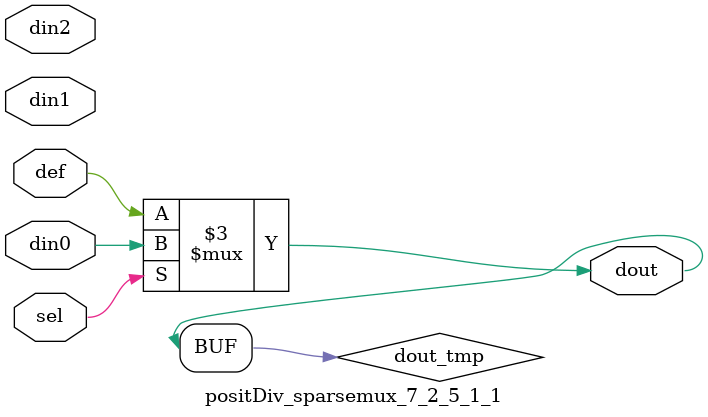
<source format=v>
`timescale 1ns / 1ps

module positDiv_sparsemux_7_2_5_1_1 (din0,din1,din2,def,sel,dout);

parameter din0_WIDTH = 1;

parameter din1_WIDTH = 1;

parameter din2_WIDTH = 1;

parameter def_WIDTH = 1;
parameter sel_WIDTH = 1;
parameter dout_WIDTH = 1;

parameter [sel_WIDTH-1:0] CASE0 = 1;

parameter [sel_WIDTH-1:0] CASE1 = 1;

parameter [sel_WIDTH-1:0] CASE2 = 1;

parameter ID = 1;
parameter NUM_STAGE = 1;



input [din0_WIDTH-1:0] din0;

input [din1_WIDTH-1:0] din1;

input [din2_WIDTH-1:0] din2;

input [def_WIDTH-1:0] def;
input [sel_WIDTH-1:0] sel;

output [dout_WIDTH-1:0] dout;



reg [dout_WIDTH-1:0] dout_tmp;


always @ (*) begin
(* parallel_case *) case (sel)
    
    CASE0 : dout_tmp = din0;
    
    CASE1 : dout_tmp = din1;
    
    CASE2 : dout_tmp = din2;
    
    default : dout_tmp = def;
endcase
end


assign dout = dout_tmp;



endmodule

</source>
